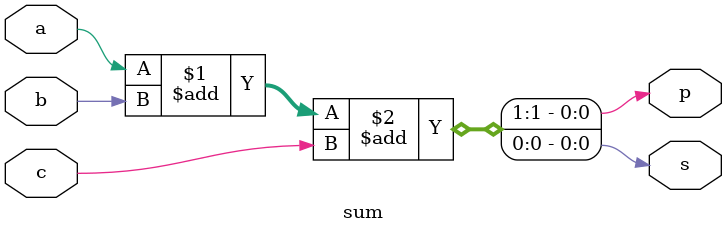
<source format=v>
module sum (a,b,c,s,p); 
input a,b,c; 
output p,s;
assign {p,s}=a+b+c; 
endmodule
</source>
